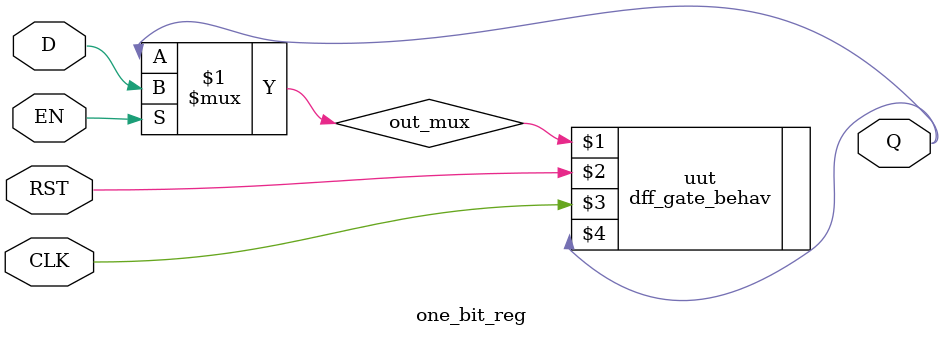
<source format=v>
`timescale 1ns / 1ps


module one_bit_reg(
    input wire D,
    input wire EN,
    input wire RST,
    input wire CLK,
    output wire Q
    );
    
    wire out_mux;
    assign out_mux = EN ? D : Q;
    dff_gate_behav uut(out_mux, RST, CLK, Q);
endmodule

</source>
